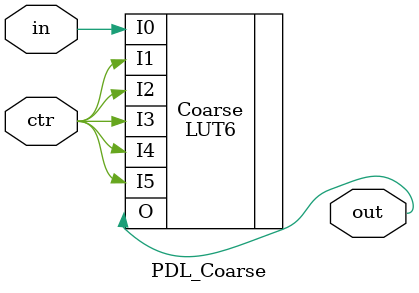
<source format=v>
module PDL_Coarse(
    (*S = "YES", KEEP = "TRUE"*)input wire ctr,
    (*S = "YES", KEEP = "TRUE"*)input wire in,
    (*S = "YES", KEEP = "TRUE"*)output wire out
    );
	 

LUT6 #(
.INIT(64'h55D5555555555555) // Specify LUT Contents
) Coarse (
.O(out), // LUT general output
.I0(in), // LUT input
.I1(ctr), // LUT input
.I2(ctr), // LUT input
.I3(ctr), // LUT input
.I4(ctr), // LUT input
.I5(ctr)
);

endmodule

</source>
